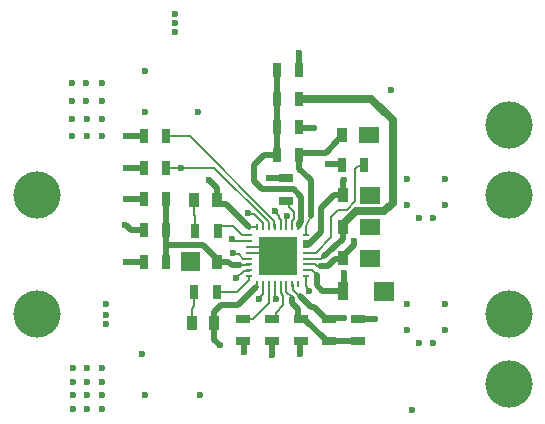
<source format=gbl>
G04*
G04 #@! TF.GenerationSoftware,Altium Limited,Altium Designer,22.5.1 (42)*
G04*
G04 Layer_Physical_Order=6*
G04 Layer_Color=16711680*
%FSLAX44Y44*%
%MOMM*%
G71*
G04*
G04 #@! TF.SameCoordinates,E804C49B-AF08-44B7-9E18-E1C260B47F38*
G04*
G04*
G04 #@! TF.FilePolarity,Positive*
G04*
G01*
G75*
%ADD10C,0.2000*%
%ADD15C,0.5000*%
%ADD16C,0.7000*%
%ADD23C,4.0000*%
%ADD24C,0.6000*%
%ADD31R,0.9000X1.3000*%
%ADD32R,0.9000X1.6000*%
%ADD33R,0.7000X1.3000*%
%ADD34R,1.3000X0.7000*%
%ADD35R,0.2300X0.6000*%
%ADD36R,0.6000X0.2300*%
%ADD37R,3.3000X3.3000*%
G36*
X340000Y344000D02*
X323000D01*
Y358000D01*
X340000D01*
Y344000D01*
D02*
G37*
G36*
X341000Y293000D02*
X324000D01*
Y307000D01*
X341000D01*
Y293000D01*
D02*
G37*
G36*
Y266333D02*
X324000D01*
Y280333D01*
X341000D01*
Y266333D01*
D02*
G37*
G36*
Y239667D02*
X324000D01*
Y253667D01*
X341000D01*
Y239667D01*
D02*
G37*
G36*
X188000Y236000D02*
X172000D01*
Y252000D01*
X188000D01*
Y236000D01*
D02*
G37*
G36*
X353000Y211000D02*
X336000D01*
Y227000D01*
X353000D01*
Y211000D01*
D02*
G37*
D10*
X297500Y327000D02*
X298500Y326000D01*
X254000Y249000D02*
Y251000D01*
X230000Y251500D02*
X251500D01*
X254000Y249000D01*
X255000Y280500D02*
Y282918D01*
Y280500D02*
X256500Y279000D01*
X252000Y285918D02*
X255000Y282918D01*
X256500Y273000D02*
Y279000D01*
X252000Y285918D02*
Y287000D01*
X278000Y273990D02*
X282000Y282210D01*
X278000Y266500D02*
Y273990D01*
X278000Y223082D02*
Y231350D01*
X278000Y231350D02*
X278000Y231350D01*
X278000Y231350D02*
Y231500D01*
X281000Y219000D02*
Y220082D01*
X278000Y223082D02*
X281000Y220082D01*
X249000Y176250D02*
X249250Y176500D01*
X229850Y256350D02*
X230000Y256500D01*
X242035D02*
X243651Y258116D01*
X230000Y256500D02*
X242035D01*
X278000Y241500D02*
X285500D01*
X287000Y240000D02*
X290000D01*
X293000Y248172D02*
Y248500D01*
X278000Y246500D02*
X291000D01*
X293000Y248500D01*
X285500Y241500D02*
X287000Y240000D01*
X278000Y236500D02*
X283349D01*
X287121Y232728D01*
X299000Y282000D02*
X304977Y287977D01*
X278000Y251500D02*
X286122D01*
X299000Y264378D01*
Y282000D01*
X322172Y325172D02*
X326671D01*
X327500Y326000D01*
X319621Y322621D02*
X322172Y325172D01*
X319621Y294879D02*
Y322621D01*
X304977Y287977D02*
X312720D01*
X271500Y273000D02*
Y274195D01*
X266500Y278047D02*
X268310Y279857D01*
Y285523D01*
X312720Y287977D02*
X319621Y294879D01*
X266650Y219957D02*
X272189Y214418D01*
X266650Y219957D02*
Y224850D01*
X266500Y225000D02*
X266650Y224850D01*
X265914Y212914D02*
Y214086D01*
X261500Y218500D02*
X265914Y214086D01*
X261500Y218500D02*
Y225000D01*
X229850Y241350D02*
X230000Y241500D01*
X222164Y241350D02*
X229850D01*
X216765Y250235D02*
X221058D01*
X224792Y246500D02*
X230000D01*
X221058Y250235D02*
X224792Y246500D01*
X216000Y251000D02*
X216765Y250235D01*
X263662Y290172D02*
X268310Y285523D01*
X261000Y295500D02*
X261162D01*
X266500Y273000D02*
Y278047D01*
X261162Y295500D02*
X263662Y293000D01*
Y290172D02*
Y293000D01*
X252829Y200828D02*
X259000Y207000D01*
X256500Y217507D02*
X259000Y215007D01*
Y207000D02*
Y215007D01*
X256500Y217507D02*
Y225000D01*
X251500Y214582D02*
Y225000D01*
X253000Y212000D02*
Y213082D01*
X251500Y214582D02*
X253000Y213082D01*
X246500Y208500D02*
Y225000D01*
X233500Y195500D02*
X246500Y208500D01*
X217582Y261500D02*
X230000D01*
X215000Y263000D02*
X216082D01*
X217582Y261500D01*
X223985Y266500D02*
X230000D01*
X216485Y274000D02*
X223985Y266500D01*
X206000Y274000D02*
X216485D01*
X183500Y206000D02*
Y218000D01*
X181500Y204000D02*
X183500Y206000D01*
X181500Y192000D02*
Y204000D01*
X202500Y218000D02*
X220000D01*
X230000Y228000D02*
Y231500D01*
X220000Y218000D02*
X230000Y228000D01*
X184500Y270000D02*
Y282500D01*
X183500Y283500D02*
X184500Y282500D01*
X183500Y283500D02*
Y296000D01*
X236350Y222850D02*
Y224850D01*
X235850Y222350D02*
X236350Y222850D01*
X241500Y216582D02*
Y225000D01*
X238000Y212000D02*
Y213082D01*
X241500Y216582D01*
X225000Y195500D02*
X233500D01*
X230000Y273000D02*
X236500D01*
X172500Y323500D02*
X200358D01*
X159500Y350000D02*
X179515D01*
X200358Y323500D02*
X246350Y277508D01*
X179515Y350000D02*
X251350Y278165D01*
X241350Y273150D02*
Y276543D01*
X233658Y284235D02*
X241350Y276543D01*
Y273150D02*
X241500Y273000D01*
X251350Y273150D02*
Y278165D01*
X246350Y273150D02*
Y277508D01*
X229000Y285000D02*
X229765Y284235D01*
X233658D01*
X159500Y323500D02*
X160000Y323000D01*
X172000D01*
X172500Y323500D01*
X203500Y270000D02*
Y271500D01*
X206000Y274000D01*
X272500Y358000D02*
X273500Y357000D01*
X273000Y176000D02*
X273500Y176500D01*
X251350Y273150D02*
X251500Y273000D01*
X262310Y281260D02*
Y282342D01*
X261500Y280450D02*
X262310Y281260D01*
X261500Y273000D02*
Y280450D01*
X246350Y273150D02*
X246500Y273000D01*
X249250Y195500D02*
X250328D01*
X252829Y198000D01*
Y200828D01*
X229850Y236350D02*
X230000Y236500D01*
X225350Y236350D02*
X229850D01*
X219000Y230000D02*
X225350Y236350D01*
D15*
X298059Y195191D02*
X298676Y195809D01*
X309809D02*
X310000Y196000D01*
X298676Y195809D02*
X309809D01*
X296750Y196500D02*
X298059Y195191D01*
X297000Y327000D02*
X307500D01*
X322000Y195500D02*
X336500D01*
X200500Y177771D02*
X205000Y173271D01*
X200500Y177771D02*
Y201500D01*
X205000Y173000D02*
Y173271D01*
X272535Y300329D02*
X274000Y298864D01*
Y294722D02*
Y298864D01*
X273810Y277950D02*
X274000Y294722D01*
X272500Y322500D02*
X280536Y314464D01*
X282000Y313000D01*
X267735Y305129D02*
X272535Y300329D01*
X282000Y282210D02*
Y313000D01*
X273458Y277227D02*
X273810Y277950D01*
X272500Y276269D02*
X273458Y277227D01*
X272150Y274195D02*
X272500Y276269D01*
X291000Y268986D02*
Y289000D01*
X280014Y258000D02*
X291000Y268986D01*
Y289000D02*
X302000Y300000D01*
X309500Y248667D02*
X318809Y257975D01*
Y260809D02*
X319000Y261000D01*
X318809Y257975D02*
Y260809D01*
X272500Y406000D02*
Y420500D01*
X246500Y314500D02*
X261000D01*
X249000Y165000D02*
Y176250D01*
X159500Y258000D02*
Y270500D01*
Y258000D02*
X190500D01*
X202500Y246000D01*
X159500Y244000D02*
Y258000D01*
X125000Y275000D02*
X125271D01*
X129500Y270771D02*
X139500D01*
X140500Y271771D02*
Y273500D01*
X125271Y275000D02*
X129500Y270771D01*
X139500D02*
X140500Y271771D01*
Y270500D02*
Y273500D01*
X287121Y223879D02*
Y232728D01*
X297000Y240000D02*
X303000Y246000D01*
X290000Y240000D02*
X297000D01*
X306000Y246000D02*
X309000Y249000D01*
X309238Y265230D02*
X309500Y273333D01*
X307719Y261799D02*
X309175Y263254D01*
X309238Y265230D01*
X303311Y257667D02*
X307719Y261799D01*
X303136Y257667D02*
X303311D01*
X293000Y248500D02*
X300564Y255095D01*
X303136Y257667D01*
X303000Y246000D02*
X306000D01*
X278000Y258000D02*
Y260000D01*
Y258000D02*
X280014D01*
X309809Y300691D02*
X310000Y300500D01*
X253500Y334000D02*
Y358000D01*
Y382000D01*
X272500Y322500D02*
Y335000D01*
X253500Y382000D02*
Y400059D01*
X294792Y336000D02*
X296440Y337649D01*
X272500Y335000D02*
X273500Y336000D01*
X296440Y337649D02*
X308500Y351000D01*
X273500Y336000D02*
X292730D01*
X294792Y336000D01*
X302000Y300000D02*
X309500D01*
X126000Y323500D02*
X140500D01*
X282250Y205750D02*
X284500D01*
X273000Y215000D02*
X282250Y205750D01*
X266000Y209000D02*
X271429Y203571D01*
X266000Y209000D02*
Y212828D01*
X265914Y212914D02*
X266000Y212828D01*
X293750Y196500D02*
X296750D01*
X272429Y195500D02*
X273500D01*
X271429Y196500D02*
Y203571D01*
Y196500D02*
X272429Y195500D01*
X202500Y244000D02*
Y246000D01*
Y244000D02*
X212393D01*
X215043Y241350D01*
X159500Y270500D02*
Y297000D01*
X273000Y176000D02*
X273191Y175809D01*
Y166191D02*
Y175809D01*
X273000Y166000D02*
X273191Y166191D01*
X225809Y167191D02*
X226000Y167000D01*
X225809Y167191D02*
Y175691D01*
X225000Y176500D02*
X225809Y175691D01*
X277500Y194500D02*
X293750Y178250D01*
Y177500D02*
X294750Y176500D01*
X273639Y195500D02*
X274639Y194500D01*
X294750Y176500D02*
X322000D01*
X293750Y177500D02*
Y178250D01*
X274639Y194500D02*
X277500D01*
X240871Y305129D02*
X267735D01*
X234000Y312000D02*
Y325500D01*
Y312000D02*
X240871Y305129D01*
X234000Y325500D02*
X242500Y334000D01*
X309809Y300691D02*
Y312809D01*
X310000Y313000D01*
X242500Y334000D02*
X253500D01*
X206000Y207000D02*
X220500D01*
X200500Y201500D02*
X206000Y207000D01*
X220500D02*
X235850Y222350D01*
X202500Y294447D02*
X204500Y292447D01*
X210553D02*
X230000Y273000D01*
X202500Y294447D02*
Y306500D01*
X204500Y292447D02*
X210553D01*
X215043Y241350D02*
X222164D01*
X273500Y357000D02*
X285000D01*
X126000Y297000D02*
X140500D01*
X126000Y350000D02*
X140500D01*
X196000Y313000D02*
X202500Y306500D01*
X159500Y270500D02*
X159500Y270500D01*
X126000Y244000D02*
X140500D01*
X310000Y219500D02*
Y234000D01*
X299500Y219000D02*
X309500D01*
X287121Y223879D02*
X292000Y219000D01*
X299500D01*
X284500Y205750D02*
X293750Y196500D01*
X322000Y176500D02*
X322000Y176500D01*
D16*
X351500Y293500D02*
Y363500D01*
X320573Y286406D02*
X344406D01*
X351500Y293500D01*
X272500Y382000D02*
X333000D01*
X351500Y363500D01*
X310500Y274333D02*
Y276333D01*
X309500Y273333D02*
X310500Y274333D01*
Y276333D02*
X320573Y286406D01*
D23*
X450000Y300000D02*
D03*
Y200000D02*
D03*
Y360000D02*
D03*
Y140000D02*
D03*
X50000Y200000D02*
D03*
Y300000D02*
D03*
D24*
X310000Y196000D02*
D03*
X142000Y405000D02*
D03*
X139000Y166000D02*
D03*
X142000Y131000D02*
D03*
Y371000D02*
D03*
X187000D02*
D03*
X297000Y327000D02*
D03*
X336500Y195500D02*
D03*
X205000Y173000D02*
D03*
X254000Y251000D02*
D03*
X252000Y287000D02*
D03*
X93000Y119000D02*
D03*
Y131000D02*
D03*
Y142000D02*
D03*
Y154000D02*
D03*
X105000Y119000D02*
D03*
X81000D02*
D03*
X105000Y131000D02*
D03*
X81000D02*
D03*
X105000Y142000D02*
D03*
X81000D02*
D03*
Y154000D02*
D03*
X105000D02*
D03*
X93000Y350000D02*
D03*
Y365000D02*
D03*
X92000Y380000D02*
D03*
Y395000D02*
D03*
X105000Y350000D02*
D03*
X80000D02*
D03*
X105000Y365000D02*
D03*
X80000D02*
D03*
Y380000D02*
D03*
X105000D02*
D03*
Y395000D02*
D03*
X80000D02*
D03*
X319000Y261000D02*
D03*
X175000Y248000D02*
D03*
Y240000D02*
D03*
X350000Y223000D02*
D03*
Y215000D02*
D03*
X338000Y250667D02*
D03*
Y242667D02*
D03*
Y277333D02*
D03*
Y269333D02*
D03*
Y296000D02*
D03*
Y304000D02*
D03*
X337000Y347000D02*
D03*
Y355000D02*
D03*
X109000Y191000D02*
D03*
X396000Y186000D02*
D03*
Y208000D02*
D03*
X364000D02*
D03*
Y186000D02*
D03*
X374000Y175000D02*
D03*
X386000D02*
D03*
Y281000D02*
D03*
X374000D02*
D03*
X364000Y292000D02*
D03*
Y314000D02*
D03*
X396000D02*
D03*
X109000Y199000D02*
D03*
Y208000D02*
D03*
X167000Y446000D02*
D03*
Y438000D02*
D03*
X281000Y219000D02*
D03*
X246500Y314500D02*
D03*
X272500Y420500D02*
D03*
X263651Y258116D02*
D03*
X242651Y238116D02*
D03*
X264651D02*
D03*
X167000Y454000D02*
D03*
X396000Y292000D02*
D03*
X249000Y165000D02*
D03*
X243651Y258116D02*
D03*
X125000Y275000D02*
D03*
X126000Y323500D02*
D03*
X368000Y118000D02*
D03*
X350000Y389000D02*
D03*
X273000Y166000D02*
D03*
X226000Y167000D02*
D03*
X215000Y263000D02*
D03*
X216000Y251000D02*
D03*
X172000Y323000D02*
D03*
X188000Y131000D02*
D03*
X285000Y357000D02*
D03*
X126000Y297000D02*
D03*
X310000Y313000D02*
D03*
X126000Y350000D02*
D03*
X196000Y313000D02*
D03*
X229000Y285000D02*
D03*
X262310Y282342D02*
D03*
X126000Y244000D02*
D03*
X310000Y234000D02*
D03*
X253000Y212000D02*
D03*
X238000D02*
D03*
X219000Y230000D02*
D03*
D31*
X308500Y351000D02*
D03*
X327500D02*
D03*
X309500Y273333D02*
D03*
X328500D02*
D03*
X183500Y296000D02*
D03*
X202500D02*
D03*
X181500Y192000D02*
D03*
X200500D02*
D03*
X309500Y300000D02*
D03*
X328500D02*
D03*
X202500Y244000D02*
D03*
X183500D02*
D03*
X309500Y246667D02*
D03*
X328500D02*
D03*
D32*
X309500Y219000D02*
D03*
X340500D02*
D03*
D33*
X253500Y406000D02*
D03*
X272500D02*
D03*
X272500Y358000D02*
D03*
X253500D02*
D03*
X272500Y382000D02*
D03*
X253500D02*
D03*
X272500Y334000D02*
D03*
X253500D02*
D03*
X140500Y323500D02*
D03*
X159500D02*
D03*
X140500Y350000D02*
D03*
X159500D02*
D03*
X308500Y326000D02*
D03*
X327500D02*
D03*
X184500Y270000D02*
D03*
X203500D02*
D03*
X183500Y218000D02*
D03*
X202500D02*
D03*
X159500Y270500D02*
D03*
X140500D02*
D03*
X159500Y297000D02*
D03*
X140500D02*
D03*
X159500Y244000D02*
D03*
X140500D02*
D03*
D34*
X322000Y195500D02*
D03*
Y176500D02*
D03*
X273500D02*
D03*
Y195500D02*
D03*
X297750Y176500D02*
D03*
Y195500D02*
D03*
X225000Y176500D02*
D03*
Y195500D02*
D03*
X249250Y195500D02*
D03*
Y176500D02*
D03*
X261000Y295500D02*
D03*
Y314500D02*
D03*
D35*
X271500Y225000D02*
D03*
X241500Y273000D02*
D03*
Y225000D02*
D03*
X271500Y273000D02*
D03*
X251500D02*
D03*
X246500D02*
D03*
X251500Y225000D02*
D03*
X236500Y273000D02*
D03*
Y225000D02*
D03*
X256500D02*
D03*
X266500Y273000D02*
D03*
X261500Y225000D02*
D03*
X246500D02*
D03*
X266500D02*
D03*
X261500Y273000D02*
D03*
X256500D02*
D03*
D36*
X230000Y266500D02*
D03*
Y231500D02*
D03*
Y261500D02*
D03*
Y236500D02*
D03*
X278000Y251500D02*
D03*
Y246500D02*
D03*
Y241500D02*
D03*
Y266500D02*
D03*
X230000Y246500D02*
D03*
X278000Y256500D02*
D03*
Y261500D02*
D03*
X230000Y241500D02*
D03*
X278000Y236500D02*
D03*
Y231500D02*
D03*
X230000Y251500D02*
D03*
Y256500D02*
D03*
D37*
X254000Y249000D02*
D03*
M02*

</source>
